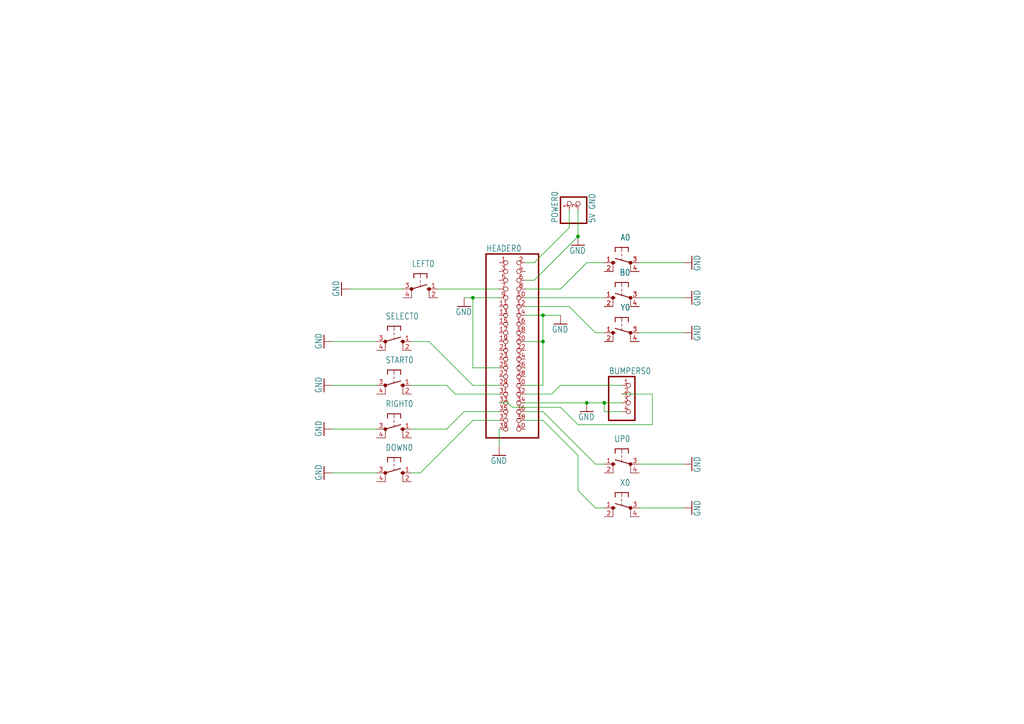
<source format=kicad_sch>
(kicad_sch (version 20230121) (generator eeschema)
  (paper "A4")
  (lib_symbols
    (symbol "working-eagle-import:10-XX"
      (property "Reference" "S" (at -6.35 -2.54 90))
      (symbol "10-XX_1_0"
        (circle (center 0 -2.54) (radius 0.127) (stroke (width 0.4064)))
        (polyline (pts (xy -4.445 -1.905) (xy -3.175 -1.905)) (stroke (width 0.254)))
        (polyline (pts (xy -4.445 0) (xy -4.445 -1.905)) (stroke (width 0.254)))
        (polyline (pts (xy -4.445 0) (xy -3.175 0)) (stroke (width 0.1524)))
        (polyline (pts (xy -4.445 1.905) (xy -4.445 0)) (stroke (width 0.254)))
        (polyline (pts (xy -4.445 1.905) (xy -3.175 1.905)) (stroke (width 0.254)))
        (polyline (pts (xy -2.54 0) (xy -1.905 0)) (stroke (width 0.1524)))
        (polyline (pts (xy -1.27 0) (xy -0.635 0)) (stroke (width 0.1524)))
        (polyline (pts (xy 0 -2.54) (xy -1.27 1.905)) (stroke (width 0.254)))
        (polyline (pts (xy 0 1.905) (xy 0 2.54)) (stroke (width 0.254)))
        (polyline (pts (xy 2.54 -2.54) (xy 0 -2.54)) (stroke (width 0.1524)))
        (polyline (pts (xy 2.54 2.54) (xy 0 2.54)) (stroke (width 0.1524)))
        (circle (center 0 2.54) (radius 0.127) (stroke (width 0.4064)))
        (pin passive line (at 0 5.08 270) (length 2.54) (name "S") (number "1"))
        (pin passive line (at 2.54 5.08 270) (length 2.54) (name "S1") (number "2"))
        (pin passive line (at 0 -5.08 90) (length 2.54) (name "P") (number "3"))
        (pin passive line (at 2.54 -5.08 90) (length 2.54) (name "P1") (number "4"))
      )
    )
    (symbol "working-eagle-import:GND" (power)
      (property "Value" "GND" (at -2.54 -2.54 0))
      (symbol "GND_1_0"
        (polyline (pts (xy -1.905 0) (xy 1.905 0)) (stroke (width 0.254)))
        (pin power_in line (at 0 2.54 270) (length 2.54) (name "GND") (number "1"))
      )
    )
    (symbol "working-eagle-import:PINHD-1X2"
      (property "Reference" "JP" (at -6.35 5.715 0))
      (symbol "PINHD-1X2_1_0"
        (polyline (pts (xy -6.35 -2.54) (xy 1.27 -2.54)) (stroke (width 0.4064)))
        (polyline (pts (xy -6.35 5.08) (xy -6.35 -2.54)) (stroke (width 0.4064)))
        (polyline (pts (xy 1.27 -2.54) (xy 1.27 5.08)) (stroke (width 0.4064)))
        (polyline (pts (xy 1.27 5.08) (xy -6.35 5.08)) (stroke (width 0.4064)))
        (pin passive inverted (at -2.54 2.54 0) (length 2.54) (name "1") (number "1"))
        (pin passive inverted (at -2.54 0 0) (length 2.54) (name "2") (number "2"))
      )
    )
    (symbol "working-eagle-import:PINHD-1X4"
      (property "Reference" "JP" (at -6.35 8.255 0))
      (symbol "PINHD-1X4_1_0"
        (polyline (pts (xy -6.35 -5.08) (xy 1.27 -5.08)) (stroke (width 0.4064)))
        (polyline (pts (xy -6.35 7.62) (xy -6.35 -5.08)) (stroke (width 0.4064)))
        (polyline (pts (xy 1.27 -5.08) (xy 1.27 7.62)) (stroke (width 0.4064)))
        (polyline (pts (xy 1.27 7.62) (xy -6.35 7.62)) (stroke (width 0.4064)))
        (pin passive inverted (at -2.54 5.08 0) (length 2.54) (name "1") (number "1"))
        (pin passive inverted (at -2.54 2.54 0) (length 2.54) (name "2") (number "2"))
        (pin passive inverted (at -2.54 0 0) (length 2.54) (name "3") (number "3"))
        (pin passive inverted (at -2.54 -2.54 0) (length 2.54) (name "4") (number "4"))
      )
    )
    (symbol "working-eagle-import:PINHD-2X20"
      (property "Reference" "JP" (at -6.35 26.035 0))
      (symbol "PINHD-2X20_1_0"
        (polyline (pts (xy -6.35 -27.94) (xy 8.89 -27.94)) (stroke (width 0.4064)))
        (polyline (pts (xy -6.35 25.4) (xy -6.35 -27.94)) (stroke (width 0.4064)))
        (polyline (pts (xy 8.89 -27.94) (xy 8.89 25.4)) (stroke (width 0.4064)))
        (polyline (pts (xy 8.89 25.4) (xy -6.35 25.4)) (stroke (width 0.4064)))
        (pin passive inverted (at -2.54 22.86 0) (length 2.54) (name "1") (number "1"))
        (pin passive inverted (at 5.08 12.7 180) (length 2.54) (name "10") (number "10"))
        (pin passive inverted (at -2.54 10.16 0) (length 2.54) (name "11") (number "11"))
        (pin passive inverted (at 5.08 10.16 180) (length 2.54) (name "12") (number "12"))
        (pin passive inverted (at -2.54 7.62 0) (length 2.54) (name "13") (number "13"))
        (pin passive inverted (at 5.08 7.62 180) (length 2.54) (name "14") (number "14"))
        (pin passive inverted (at -2.54 5.08 0) (length 2.54) (name "15") (number "15"))
        (pin passive inverted (at 5.08 5.08 180) (length 2.54) (name "16") (number "16"))
        (pin passive inverted (at -2.54 2.54 0) (length 2.54) (name "17") (number "17"))
        (pin passive inverted (at 5.08 2.54 180) (length 2.54) (name "18") (number "18"))
        (pin passive inverted (at -2.54 0 0) (length 2.54) (name "19") (number "19"))
        (pin passive inverted (at 5.08 22.86 180) (length 2.54) (name "2") (number "2"))
        (pin passive inverted (at 5.08 0 180) (length 2.54) (name "20") (number "20"))
        (pin passive inverted (at -2.54 -2.54 0) (length 2.54) (name "21") (number "21"))
        (pin passive inverted (at 5.08 -2.54 180) (length 2.54) (name "22") (number "22"))
        (pin passive inverted (at -2.54 -5.08 0) (length 2.54) (name "23") (number "23"))
        (pin passive inverted (at 5.08 -5.08 180) (length 2.54) (name "24") (number "24"))
        (pin passive inverted (at -2.54 -7.62 0) (length 2.54) (name "25") (number "25"))
        (pin passive inverted (at 5.08 -7.62 180) (length 2.54) (name "26") (number "26"))
        (pin passive inverted (at -2.54 -10.16 0) (length 2.54) (name "27") (number "27"))
        (pin passive inverted (at 5.08 -10.16 180) (length 2.54) (name "28") (number "28"))
        (pin passive inverted (at -2.54 -12.7 0) (length 2.54) (name "29") (number "29"))
        (pin passive inverted (at -2.54 20.32 0) (length 2.54) (name "3") (number "3"))
        (pin passive inverted (at 5.08 -12.7 180) (length 2.54) (name "30") (number "30"))
        (pin passive inverted (at -2.54 -15.24 0) (length 2.54) (name "31") (number "31"))
        (pin passive inverted (at 5.08 -15.24 180) (length 2.54) (name "32") (number "32"))
        (pin passive inverted (at -2.54 -17.78 0) (length 2.54) (name "33") (number "33"))
        (pin passive inverted (at 5.08 -17.78 180) (length 2.54) (name "34") (number "34"))
        (pin passive inverted (at -2.54 -20.32 0) (length 2.54) (name "35") (number "35"))
        (pin passive inverted (at 5.08 -20.32 180) (length 2.54) (name "36") (number "36"))
        (pin passive inverted (at -2.54 -22.86 0) (length 2.54) (name "37") (number "37"))
        (pin passive inverted (at 5.08 -22.86 180) (length 2.54) (name "38") (number "38"))
        (pin passive inverted (at -2.54 -25.4 0) (length 2.54) (name "39") (number "39"))
        (pin passive inverted (at 5.08 20.32 180) (length 2.54) (name "4") (number "4"))
        (pin passive inverted (at 5.08 -25.4 180) (length 2.54) (name "40") (number "40"))
        (pin passive inverted (at -2.54 17.78 0) (length 2.54) (name "5") (number "5"))
        (pin passive inverted (at 5.08 17.78 180) (length 2.54) (name "6") (number "6"))
        (pin passive inverted (at -2.54 15.24 0) (length 2.54) (name "7") (number "7"))
        (pin passive inverted (at 5.08 15.24 180) (length 2.54) (name "8") (number "8"))
        (pin passive inverted (at -2.54 12.7 0) (length 2.54) (name "9") (number "9"))
      )
    )
  )
  (junction (at 137.16 86.36))
  (junction (at 167.64 68.58))
  (junction (at 175.26 116.84))
  (junction (at 170.18 116.84))
  (junction (at 157.48 91.44))
  (junction (at 157.48 99.06))
  (wire (pts (xy 170.18 76.2) (xy 162.56 83.82)) (stroke (width 0.1524)))
  (wire (pts (xy 157.48 99.06) (xy 157.48 111.76)) (stroke (width 0.1524)))
  (wire (pts (xy 109.22 111.76) (xy 96.52 111.76)) (stroke (width 0.1524)))
  (wire (pts (xy 175.26 116.84) (xy 170.18 116.84)) (stroke (width 0.1524)))
  (wire (pts (xy 137.16 106.68) (xy 137.16 86.36)) (stroke (width 0.1524)))
  (wire (pts (xy 154.94 76.2) (xy 152.4 76.2)) (stroke (width 0.1524)))
  (wire (pts (xy 124.46 99.06) (xy 137.16 111.76)) (stroke (width 0.1524)))
  (wire (pts (xy 132.08 114.3) (xy 144.78 114.3)) (stroke (width 0.1524)))
  (wire (pts (xy 157.48 91.44) (xy 152.4 91.44)) (stroke (width 0.1524)))
  (wire (pts (xy 180.34 116.84) (xy 175.26 116.84)) (stroke (width 0.1524)))
  (wire (pts (xy 165.1 88.9) (xy 152.4 88.9)) (stroke (width 0.1524)))
  (wire (pts (xy 162.56 91.44) (xy 157.48 91.44)) (stroke (width 0.1524)))
  (wire (pts (xy 165.1 60.96) (xy 165.1 66.04)) (stroke (width 0.1524)))
  (wire (pts (xy 175.26 96.52) (xy 172.72 96.52)) (stroke (width 0.1524)))
  (wire (pts (xy 185.42 86.36) (xy 198.12 86.36)) (stroke (width 0.1524)))
  (wire (pts (xy 129.54 111.76) (xy 132.08 114.3)) (stroke (width 0.1524)))
  (wire (pts (xy 175.26 119.38) (xy 175.26 116.84)) (stroke (width 0.1524)))
  (wire (pts (xy 157.48 121.92) (xy 167.64 132.08)) (stroke (width 0.1524)))
  (wire (pts (xy 189.23 114.3) (xy 180.34 114.3)) (stroke (width 0.1524)))
  (wire (pts (xy 116.84 83.82) (xy 101.6 83.82)) (stroke (width 0.1524)))
  (wire (pts (xy 167.64 142.24) (xy 172.72 147.32)) (stroke (width 0.1524)))
  (wire (pts (xy 119.38 111.76) (xy 129.54 111.76)) (stroke (width 0.1524)))
  (wire (pts (xy 157.48 111.76) (xy 152.4 111.76)) (stroke (width 0.1524)))
  (wire (pts (xy 148.59 118.11) (xy 162.56 118.11)) (stroke (width 0.1524)))
  (wire (pts (xy 109.22 137.16) (xy 96.52 137.16)) (stroke (width 0.1524)))
  (wire (pts (xy 129.54 124.46) (xy 119.38 124.46)) (stroke (width 0.1524)))
  (wire (pts (xy 137.16 121.92) (xy 121.92 137.16)) (stroke (width 0.1524)))
  (wire (pts (xy 160.02 114.3) (xy 152.4 114.3)) (stroke (width 0.1524)))
  (wire (pts (xy 137.16 111.76) (xy 144.78 111.76)) (stroke (width 0.1524)))
  (wire (pts (xy 185.42 147.32) (xy 198.12 147.32)) (stroke (width 0.1524)))
  (wire (pts (xy 180.34 111.76) (xy 162.56 111.76)) (stroke (width 0.1524)))
  (wire (pts (xy 154.94 81.28) (xy 152.4 81.28)) (stroke (width 0.1524)))
  (wire (pts (xy 172.72 96.52) (xy 165.1 88.9)) (stroke (width 0.1524)))
  (wire (pts (xy 175.26 86.36) (xy 152.4 86.36)) (stroke (width 0.1524)))
  (wire (pts (xy 134.62 86.36) (xy 137.16 86.36)) (stroke (width 0.1524)))
  (wire (pts (xy 144.78 119.38) (xy 134.62 119.38)) (stroke (width 0.1524)))
  (wire (pts (xy 157.48 119.38) (xy 172.72 134.62)) (stroke (width 0.1524)))
  (wire (pts (xy 152.4 121.92) (xy 157.48 121.92)) (stroke (width 0.1524)))
  (wire (pts (xy 119.38 99.06) (xy 124.46 99.06)) (stroke (width 0.1524)))
  (wire (pts (xy 162.56 83.82) (xy 152.4 83.82)) (stroke (width 0.1524)))
  (wire (pts (xy 189.23 123.19) (xy 189.23 114.3)) (stroke (width 0.1524)))
  (wire (pts (xy 144.78 116.84) (xy 147.32 116.84)) (stroke (width 0.1524)))
  (wire (pts (xy 127 83.82) (xy 144.78 83.82)) (stroke (width 0.1524)))
  (wire (pts (xy 185.42 76.2) (xy 198.12 76.2)) (stroke (width 0.1524)))
  (wire (pts (xy 167.64 132.08) (xy 167.64 142.24)) (stroke (width 0.1524)))
  (wire (pts (xy 175.26 76.2) (xy 170.18 76.2)) (stroke (width 0.1524)))
  (wire (pts (xy 170.18 116.84) (xy 152.4 116.84)) (stroke (width 0.1524)))
  (wire (pts (xy 162.56 111.76) (xy 160.02 114.3)) (stroke (width 0.1524)))
  (wire (pts (xy 109.22 99.06) (xy 96.52 99.06)) (stroke (width 0.1524)))
  (wire (pts (xy 152.4 119.38) (xy 157.48 119.38)) (stroke (width 0.1524)))
  (wire (pts (xy 109.22 124.46) (xy 96.52 124.46)) (stroke (width 0.1524)))
  (wire (pts (xy 147.32 116.84) (xy 148.59 118.11)) (stroke (width 0.1524)))
  (wire (pts (xy 144.78 129.54) (xy 144.78 124.46)) (stroke (width 0.1524)))
  (wire (pts (xy 167.64 68.58) (xy 154.94 81.28)) (stroke (width 0.1524)))
  (wire (pts (xy 172.72 134.62) (xy 175.26 134.62)) (stroke (width 0.1524)))
  (wire (pts (xy 167.64 60.96) (xy 167.64 68.58)) (stroke (width 0.1524)))
  (wire (pts (xy 185.42 134.62) (xy 198.12 134.62)) (stroke (width 0.1524)))
  (wire (pts (xy 180.34 119.38) (xy 175.26 119.38)) (stroke (width 0.1524)))
  (wire (pts (xy 157.48 99.06) (xy 152.4 99.06)) (stroke (width 0.1524)))
  (wire (pts (xy 134.62 119.38) (xy 129.54 124.46)) (stroke (width 0.1524)))
  (wire (pts (xy 121.92 137.16) (xy 119.38 137.16)) (stroke (width 0.1524)))
  (wire (pts (xy 157.48 91.44) (xy 157.48 99.06)) (stroke (width 0.1524)))
  (wire (pts (xy 162.56 118.11) (xy 167.64 123.19)) (stroke (width 0.1524)))
  (wire (pts (xy 167.64 123.19) (xy 189.23 123.19)) (stroke (width 0.1524)))
  (wire (pts (xy 185.42 96.52) (xy 198.12 96.52)) (stroke (width 0.1524)))
  (wire (pts (xy 137.16 86.36) (xy 144.78 86.36)) (stroke (width 0.1524)))
  (wire (pts (xy 137.16 106.68) (xy 144.78 106.68)) (stroke (width 0.1524)))
  (wire (pts (xy 172.72 147.32) (xy 175.26 147.32)) (stroke (width 0.1524)))
  (wire (pts (xy 165.1 66.04) (xy 154.94 76.2)) (stroke (width 0.1524)))
  (wire (pts (xy 144.78 121.92) (xy 137.16 121.92)) (stroke (width 0.1524)))
  (symbol (lib_id "working-eagle-import:GND") (at 200.66 134.62 90) (unit 1)
    (property "Reference" "#GND2" (effects hide))
    (property "Value" "GND" (at 203.2 137.16 0) (effects (font (size 1.778 1.5113)) (justify left bottom)))
  )
  (symbol (lib_id "working-eagle-import:PINHD-1X2") (at 167.64 58.42 90) (unit 1)
    (property "Reference" "POWER0" (at 161.925 64.77 0) (effects (font (size 1.778 1.5113)) (justify left bottom)))
    (property "Value" "5V GND" (at 172.72 64.77 0) (effects (font (size 1.778 1.5113)) (justify left bottom)))
    (property "Footprint" "working:1X02" (effects hide))
  )
  (symbol (lib_id "working-eagle-import:10-XX") (at 121.92 83.82 270) (unit 1)
    (property "Reference" "LEFT0" (at 119.38 77.47 90) (effects (font (size 1.778 1.5113)) (justify left bottom)))
    (property "Value" "10-XX" (effects hide))
    (property "Footprint" "working:B3F-10XX" (effects hide))
  )
  (symbol (lib_id "working-eagle-import:GND") (at 144.78 132.08 0) (unit 1)
    (property "Reference" "#GND14" (effects hide))
    (property "Value" "GND" (at 142.24 134.62 0) (effects (font (size 1.778 1.5113)) (justify left bottom)))
  )
  (symbol (lib_id "working-eagle-import:GND") (at 167.64 71.12 0) (unit 1)
    (property "Reference" "#GND21" (effects hide))
    (property "Value" "GND" (at 165.1 73.66 0) (effects (font (size 1.778 1.5113)) (justify left bottom)))
  )
  (symbol (lib_id "working-eagle-import:10-XX") (at 114.3 137.16 270) (unit 1)
    (property "Reference" "DOWN0" (at 111.76 130.81 90) (effects (font (size 1.778 1.5113)) (justify left bottom)))
    (property "Value" "10-XX" (effects hide))
    (property "Footprint" "working:B3F-10XX" (effects hide))
  )
  (symbol (lib_id "working-eagle-import:10-XX") (at 180.34 76.2 90) (mirror x) (unit 1)
    (property "Reference" "A0" (at 182.88 69.85 90) (effects (font (size 1.778 1.5113)) (justify left bottom)))
    (property "Value" "10-XX" (effects hide))
    (property "Footprint" "working:B3F-10XX" (effects hide))
  )
  (symbol (lib_id "working-eagle-import:10-XX") (at 180.34 86.36 90) (mirror x) (unit 1)
    (property "Reference" "B0" (at 182.88 80.01 90) (effects (font (size 1.778 1.5113)) (justify left bottom)))
    (property "Value" "10-XX" (effects hide))
    (property "Footprint" "working:B3F-10XX" (effects hide))
  )
  (symbol (lib_id "working-eagle-import:GND") (at 99.06 83.82 270) (unit 1)
    (property "Reference" "#GND1" (effects hide))
    (property "Value" "GND" (at 96.52 81.28 0) (effects (font (size 1.778 1.5113)) (justify left bottom)))
  )
  (symbol (lib_id "working-eagle-import:GND") (at 93.98 111.76 270) (unit 1)
    (property "Reference" "#GND6" (effects hide))
    (property "Value" "GND" (at 91.44 109.22 0) (effects (font (size 1.778 1.5113)) (justify left bottom)))
  )
  (symbol (lib_id "working-eagle-import:GND") (at 200.66 96.52 90) (unit 1)
    (property "Reference" "#GND15" (effects hide))
    (property "Value" "GND" (at 203.2 99.06 0) (effects (font (size 1.778 1.5113)) (justify left bottom)))
  )
  (symbol (lib_id "working-eagle-import:GND") (at 170.18 119.38 0) (unit 1)
    (property "Reference" "#GND19" (effects hide))
    (property "Value" "GND" (at 167.64 121.92 0) (effects (font (size 1.778 1.5113)) (justify left bottom)))
  )
  (symbol (lib_id "working-eagle-import:GND") (at 200.66 76.2 90) (unit 1)
    (property "Reference" "#GND17" (effects hide))
    (property "Value" "GND" (at 203.2 78.74 0) (effects (font (size 1.778 1.5113)) (justify left bottom)))
  )
  (symbol (lib_id "working-eagle-import:10-XX") (at 180.34 134.62 90) (mirror x) (unit 1)
    (property "Reference" "UP0" (at 182.88 128.27 90) (effects (font (size 1.778 1.5113)) (justify left bottom)))
    (property "Value" "10-XX" (effects hide))
    (property "Footprint" "working:B3F-10XX" (effects hide))
  )
  (symbol (lib_id "working-eagle-import:GND") (at 93.98 124.46 270) (unit 1)
    (property "Reference" "#GND3" (effects hide))
    (property "Value" "GND" (at 91.44 121.92 0) (effects (font (size 1.778 1.5113)) (justify left bottom)))
  )
  (symbol (lib_id "working-eagle-import:10-XX") (at 114.3 99.06 270) (unit 1)
    (property "Reference" "SELECT0" (at 111.76 92.71 90) (effects (font (size 1.778 1.5113)) (justify left bottom)))
    (property "Value" "10-XX" (effects hide))
    (property "Footprint" "working:B3F-10XX" (effects hide))
  )
  (symbol (lib_id "working-eagle-import:10-XX") (at 114.3 124.46 270) (unit 1)
    (property "Reference" "RIGHT0" (at 111.76 118.11 90) (effects (font (size 1.778 1.5113)) (justify left bottom)))
    (property "Value" "10-XX" (effects hide))
    (property "Footprint" "working:B3F-10XX" (effects hide))
  )
  (symbol (lib_id "working-eagle-import:PINHD-1X4") (at 182.88 116.84 0) (unit 1)
    (property "Reference" "BUMPERS0" (at 176.53 108.585 0) (effects (font (size 1.778 1.5113)) (justify left bottom)))
    (property "Value" "PINHD-1X4" (effects hide))
    (property "Footprint" "working:1X04" (effects hide))
  )
  (symbol (lib_id "working-eagle-import:PINHD-2X20") (at 147.32 99.06 0) (unit 1)
    (property "Reference" "HEADER0" (at 140.97 73.025 0) (effects (font (size 1.778 1.5113)) (justify left bottom)))
    (property "Value" "PINHD-2X20" (effects hide))
    (property "Footprint" "working:2X20" (effects hide))
  )
  (symbol (lib_id "working-eagle-import:10-XX") (at 114.3 111.76 270) (unit 1)
    (property "Reference" "START0" (at 111.76 105.41 90) (effects (font (size 1.778 1.5113)) (justify left bottom)))
    (property "Value" "10-XX" (effects hide))
    (property "Footprint" "working:B3F-10XX" (effects hide))
  )
  (symbol (lib_id "working-eagle-import:GND") (at 93.98 99.06 270) (unit 1)
    (property "Reference" "#GND5" (effects hide))
    (property "Value" "GND" (at 91.44 96.52 0) (effects (font (size 1.778 1.5113)) (justify left bottom)))
  )
  (symbol (lib_id "working-eagle-import:GND") (at 93.98 137.16 270) (unit 1)
    (property "Reference" "#GND4" (effects hide))
    (property "Value" "GND" (at 91.44 134.62 0) (effects (font (size 1.778 1.5113)) (justify left bottom)))
  )
  (symbol (lib_id "working-eagle-import:GND") (at 134.62 88.9 0) (unit 1)
    (property "Reference" "#GND8" (effects hide))
    (property "Value" "GND" (at 132.08 91.44 0) (effects (font (size 1.778 1.5113)) (justify left bottom)))
  )
  (symbol (lib_id "working-eagle-import:10-XX") (at 180.34 147.32 90) (mirror x) (unit 1)
    (property "Reference" "X0" (at 182.88 140.97 90) (effects (font (size 1.778 1.5113)) (justify left bottom)))
    (property "Value" "10-XX" (effects hide))
    (property "Footprint" "working:B3F-10XX" (effects hide))
  )
  (symbol (lib_id "working-eagle-import:10-XX") (at 180.34 96.52 90) (mirror x) (unit 1)
    (property "Reference" "Y0" (at 182.88 90.17 90) (effects (font (size 1.778 1.5113)) (justify left bottom)))
    (property "Value" "10-XX" (effects hide))
    (property "Footprint" "working:B3F-10XX" (effects hide))
  )
  (symbol (lib_id "working-eagle-import:GND") (at 162.56 93.98 0) (unit 1)
    (property "Reference" "#GND9" (effects hide))
    (property "Value" "GND" (at 160.02 96.52 0) (effects (font (size 1.778 1.5113)) (justify left bottom)))
  )
  (symbol (lib_id "working-eagle-import:GND") (at 200.66 147.32 90) (unit 1)
    (property "Reference" "#GND16" (effects hide))
    (property "Value" "GND" (at 203.2 149.86 0) (effects (font (size 1.778 1.5113)) (justify left bottom)))
  )
  (symbol (lib_id "working-eagle-import:GND") (at 200.66 86.36 90) (unit 1)
    (property "Reference" "#GND18" (effects hide))
    (property "Value" "GND" (at 203.2 88.9 0) (effects (font (size 1.778 1.5113)) (justify left bottom)))
  )
)
</source>
